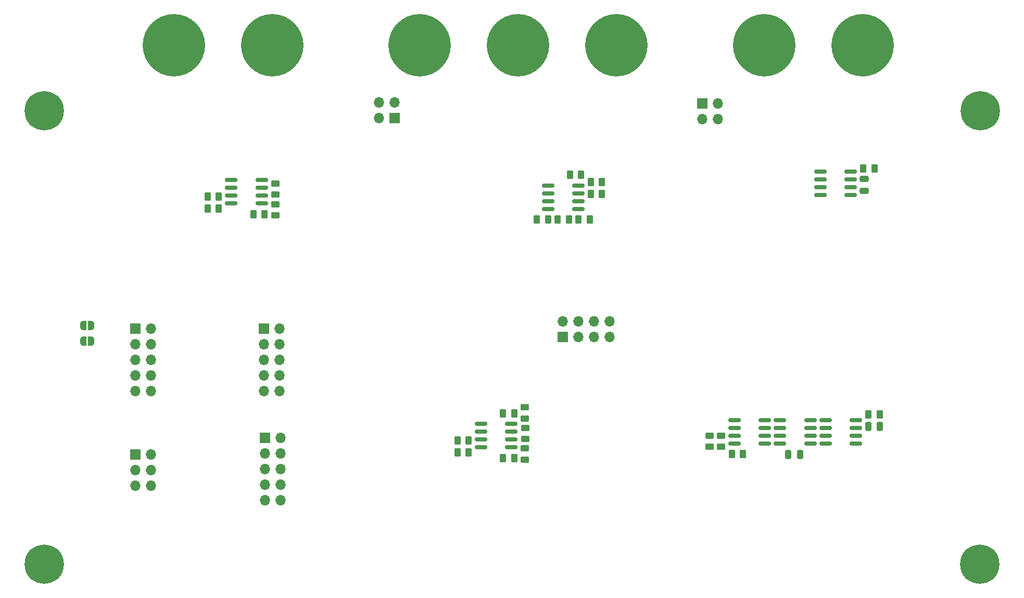
<source format=gbr>
%TF.GenerationSoftware,KiCad,Pcbnew,8.0.7*%
%TF.CreationDate,2024-12-10T19:07:15+08:00*%
%TF.ProjectId,RangkaianOpAmp,52616e67-6b61-4696-916e-4f70416d702e,rev?*%
%TF.SameCoordinates,Original*%
%TF.FileFunction,Soldermask,Bot*%
%TF.FilePolarity,Negative*%
%FSLAX46Y46*%
G04 Gerber Fmt 4.6, Leading zero omitted, Abs format (unit mm)*
G04 Created by KiCad (PCBNEW 8.0.7) date 2024-12-10 19:07:15*
%MOMM*%
%LPD*%
G01*
G04 APERTURE LIST*
G04 Aperture macros list*
%AMRoundRect*
0 Rectangle with rounded corners*
0 $1 Rounding radius*
0 $2 $3 $4 $5 $6 $7 $8 $9 X,Y pos of 4 corners*
0 Add a 4 corners polygon primitive as box body*
4,1,4,$2,$3,$4,$5,$6,$7,$8,$9,$2,$3,0*
0 Add four circle primitives for the rounded corners*
1,1,$1+$1,$2,$3*
1,1,$1+$1,$4,$5*
1,1,$1+$1,$6,$7*
1,1,$1+$1,$8,$9*
0 Add four rect primitives between the rounded corners*
20,1,$1+$1,$2,$3,$4,$5,0*
20,1,$1+$1,$4,$5,$6,$7,0*
20,1,$1+$1,$6,$7,$8,$9,0*
20,1,$1+$1,$8,$9,$2,$3,0*%
%AMFreePoly0*
4,1,19,0.500000,-0.750000,0.000000,-0.750000,0.000000,-0.744911,-0.071157,-0.744911,-0.207708,-0.704816,-0.327430,-0.627875,-0.420627,-0.520320,-0.479746,-0.390866,-0.500000,-0.250000,-0.500000,0.250000,-0.479746,0.390866,-0.420627,0.520320,-0.327430,0.627875,-0.207708,0.704816,-0.071157,0.744911,0.000000,0.744911,0.000000,0.750000,0.500000,0.750000,0.500000,-0.750000,0.500000,-0.750000,
$1*%
%AMFreePoly1*
4,1,19,0.000000,0.744911,0.071157,0.744911,0.207708,0.704816,0.327430,0.627875,0.420627,0.520320,0.479746,0.390866,0.500000,0.250000,0.500000,-0.250000,0.479746,-0.390866,0.420627,-0.520320,0.327430,-0.627875,0.207708,-0.704816,0.071157,-0.744911,0.000000,-0.744911,0.000000,-0.750000,-0.500000,-0.750000,-0.500000,0.750000,0.000000,0.750000,0.000000,0.744911,0.000000,0.744911,
$1*%
G04 Aperture macros list end*
%ADD10C,10.160000*%
%ADD11C,0.800000*%
%ADD12C,6.400000*%
%ADD13R,1.700000X1.700000*%
%ADD14O,1.700000X1.700000*%
%ADD15RoundRect,0.250000X0.262500X0.450000X-0.262500X0.450000X-0.262500X-0.450000X0.262500X-0.450000X0*%
%ADD16RoundRect,0.250000X0.450000X-0.262500X0.450000X0.262500X-0.450000X0.262500X-0.450000X-0.262500X0*%
%ADD17FreePoly0,180.000000*%
%ADD18FreePoly1,180.000000*%
%ADD19RoundRect,0.250000X-0.262500X-0.450000X0.262500X-0.450000X0.262500X0.450000X-0.262500X0.450000X0*%
%ADD20RoundRect,0.150000X0.825000X0.150000X-0.825000X0.150000X-0.825000X-0.150000X0.825000X-0.150000X0*%
%ADD21RoundRect,0.250000X-0.475000X0.250000X-0.475000X-0.250000X0.475000X-0.250000X0.475000X0.250000X0*%
%ADD22RoundRect,0.250000X-0.450000X0.262500X-0.450000X-0.262500X0.450000X-0.262500X0.450000X0.262500X0*%
%ADD23RoundRect,0.250000X-0.250000X-0.475000X0.250000X-0.475000X0.250000X0.475000X-0.250000X0.475000X0*%
%ADD24RoundRect,0.250000X0.250000X0.475000X-0.250000X0.475000X-0.250000X-0.475000X0.250000X-0.475000X0*%
G04 APERTURE END LIST*
D10*
%TO.C,J10*%
X123113472Y-47040800D03*
%TD*%
%TO.C,J9*%
X163113472Y-47040800D03*
%TD*%
D11*
%TO.C,H1*%
X83621844Y-57653256D03*
X84324788Y-55956200D03*
X84324788Y-59350312D03*
X86021844Y-55253256D03*
D12*
X86021844Y-57653256D03*
D11*
X86021844Y-60053256D03*
X87718900Y-55956200D03*
X87718900Y-59350312D03*
X88421844Y-57653256D03*
%TD*%
%TO.C,H3*%
X240618944Y-131491056D03*
X239916000Y-133188112D03*
X239916000Y-129794000D03*
X238218944Y-133891056D03*
D12*
X238218944Y-131491056D03*
D11*
X238218944Y-129091056D03*
X236521888Y-133188112D03*
X236521888Y-129794000D03*
X235818944Y-131491056D03*
%TD*%
D13*
%TO.C,J13*%
X121780300Y-93140050D03*
D14*
X124320300Y-93140050D03*
X121780300Y-95680050D03*
X124320300Y-95680050D03*
X121780300Y-98220050D03*
X124320300Y-98220050D03*
X121780300Y-100760050D03*
X124320300Y-100760050D03*
X121780300Y-103300050D03*
X124320300Y-103300050D03*
%TD*%
D13*
%TO.C,J7*%
X100845700Y-113605650D03*
D14*
X103385700Y-113605650D03*
X100845700Y-116145650D03*
X103385700Y-116145650D03*
X100845700Y-118685650D03*
X103385700Y-118685650D03*
%TD*%
%TO.C,J3*%
X177990500Y-91948000D03*
X177990500Y-94488000D03*
X175450500Y-91948000D03*
X175450500Y-94488000D03*
X172910500Y-91948000D03*
X172910500Y-94488000D03*
X170370500Y-91948000D03*
D13*
X170370500Y-94488000D03*
%TD*%
%TO.C,J6*%
X193052700Y-56489600D03*
D14*
X195592700Y-56489600D03*
X193052700Y-59029600D03*
X195592700Y-59029600D03*
%TD*%
D11*
%TO.C,H2*%
X88409144Y-131491056D03*
X87706200Y-133188112D03*
X87706200Y-129794000D03*
X86009144Y-133891056D03*
D12*
X86009144Y-131491056D03*
D11*
X86009144Y-129091056D03*
X84312088Y-133188112D03*
X84312088Y-129794000D03*
X83609144Y-131491056D03*
%TD*%
D13*
%TO.C,J5*%
X100845700Y-93145050D03*
D14*
X103385700Y-93145050D03*
X100845700Y-95685050D03*
X103385700Y-95685050D03*
X100845700Y-98225050D03*
X103385700Y-98225050D03*
X100845700Y-100765050D03*
X103385700Y-100765050D03*
X100845700Y-103305050D03*
X103385700Y-103305050D03*
%TD*%
D13*
%TO.C,J4*%
X143040100Y-58902600D03*
D14*
X140500100Y-58902600D03*
X143040100Y-56362600D03*
X140500100Y-56362600D03*
%TD*%
D10*
%TO.C,J11*%
X147113472Y-47040800D03*
%TD*%
%TO.C,J1*%
X107113472Y-47040800D03*
%TD*%
%TO.C,J8*%
X179113472Y-47040800D03*
%TD*%
D13*
%TO.C,J14*%
X121958100Y-110950800D03*
D14*
X124498100Y-110950800D03*
X121958100Y-113490800D03*
X124498100Y-113490800D03*
X121958100Y-116030800D03*
X124498100Y-116030800D03*
X121958100Y-118570800D03*
X124498100Y-118570800D03*
X121958100Y-121110800D03*
X124498100Y-121110800D03*
%TD*%
D10*
%TO.C,J2*%
X203113472Y-47040800D03*
%TD*%
%TO.C,J12*%
X219113472Y-47040800D03*
%TD*%
D11*
%TO.C,H4*%
X235839300Y-57653256D03*
X236542244Y-55956200D03*
X236542244Y-59350312D03*
X238239300Y-55253256D03*
D12*
X238239300Y-57653256D03*
D11*
X238239300Y-60053256D03*
X239936356Y-55956200D03*
X239936356Y-59350312D03*
X240639300Y-57653256D03*
%TD*%
D15*
%TO.C,R21*%
X199682100Y-113586000D03*
X197857100Y-113586000D03*
%TD*%
D16*
%TO.C,R8*%
X123604775Y-71327045D03*
X123604775Y-69502045D03*
%TD*%
%TO.C,R9*%
X123604775Y-74701445D03*
X123604775Y-72876445D03*
%TD*%
D15*
%TO.C,R20*%
X221905200Y-107111800D03*
X220080200Y-107111800D03*
%TD*%
D17*
%TO.C,JP2*%
X93690200Y-95199200D03*
D18*
X92390200Y-95199200D03*
%TD*%
D19*
%TO.C,R14*%
X112610375Y-71657245D03*
X114435375Y-71657245D03*
%TD*%
D17*
%TO.C,JP1*%
X93687900Y-92684600D03*
D18*
X92387900Y-92684600D03*
%TD*%
D19*
%TO.C,R7*%
X160666775Y-114201690D03*
X162491775Y-114201690D03*
%TD*%
D16*
%TO.C,R23*%
X196126100Y-112388400D03*
X196126100Y-110563400D03*
%TD*%
D20*
%TO.C,U7*%
X198299300Y-108026200D03*
X198299300Y-109296200D03*
X198299300Y-110566200D03*
X198299300Y-111836200D03*
X203249300Y-111836200D03*
X203249300Y-110566200D03*
X203249300Y-109296200D03*
X203249300Y-108026200D03*
%TD*%
%TO.C,U1*%
X162016175Y-108653090D03*
X162016175Y-109923090D03*
X162016175Y-111193090D03*
X162016175Y-112463090D03*
X157066175Y-112463090D03*
X157066175Y-111193090D03*
X157066175Y-109923090D03*
X157066175Y-108653090D03*
%TD*%
D19*
%TO.C,R1*%
X153248075Y-113305890D03*
X155073075Y-113305890D03*
%TD*%
%TO.C,R18*%
X171528059Y-68096580D03*
X173353059Y-68096580D03*
%TD*%
D20*
%TO.C,U2*%
X121413875Y-68979045D03*
X121413875Y-70249045D03*
X121413875Y-71519045D03*
X121413875Y-72789045D03*
X116463875Y-72789045D03*
X116463875Y-71519045D03*
X116463875Y-70249045D03*
X116463875Y-68979045D03*
%TD*%
D21*
%TO.C,C1*%
X219426546Y-68780159D03*
X219426546Y-70680159D03*
%TD*%
D19*
%TO.C,R2*%
X153248075Y-111356890D03*
X155073075Y-111356890D03*
%TD*%
D15*
%TO.C,R13*%
X114439275Y-73587645D03*
X112614275Y-73587645D03*
%TD*%
D22*
%TO.C,R19*%
X194221100Y-110563400D03*
X194221100Y-112388400D03*
%TD*%
D19*
%TO.C,R10*%
X120052575Y-74527445D03*
X121877575Y-74527445D03*
%TD*%
D15*
%TO.C,R16*%
X176727459Y-69315780D03*
X174902459Y-69315780D03*
%TD*%
D20*
%TO.C,U3*%
X172907059Y-69837980D03*
X172907059Y-71107980D03*
X172907059Y-72377980D03*
X172907059Y-73647980D03*
X167957059Y-73647980D03*
X167957059Y-72377980D03*
X167957059Y-71107980D03*
X167957059Y-69837980D03*
%TD*%
%TO.C,U5*%
X218057500Y-108026200D03*
X218057500Y-109296200D03*
X218057500Y-110566200D03*
X218057500Y-111836200D03*
X213107500Y-111836200D03*
X213107500Y-110566200D03*
X213107500Y-109296200D03*
X213107500Y-108026200D03*
%TD*%
D15*
%TO.C,R22*%
X221048346Y-67078359D03*
X219223346Y-67078359D03*
%TD*%
D16*
%TO.C,R4*%
X164218975Y-107773590D03*
X164218975Y-105948590D03*
%TD*%
D20*
%TO.C,U4*%
X217227946Y-67549759D03*
X217227946Y-68819759D03*
X217227946Y-70089759D03*
X217227946Y-71359759D03*
X212277946Y-71359759D03*
X212277946Y-70089759D03*
X212277946Y-68819759D03*
X212277946Y-67549759D03*
%TD*%
D23*
%TO.C,C2*%
X220027500Y-109042200D03*
X221927500Y-109042200D03*
%TD*%
D19*
%TO.C,R17*%
X174902459Y-71220780D03*
X176727459Y-71220780D03*
%TD*%
D20*
%TO.C,U6*%
X205704900Y-108026200D03*
X205704900Y-109296200D03*
X205704900Y-110566200D03*
X205704900Y-111836200D03*
X210654900Y-111836200D03*
X210654900Y-110566200D03*
X210654900Y-109296200D03*
X210654900Y-108026200D03*
%TD*%
D15*
%TO.C,R15*%
X174746259Y-75411780D03*
X172921259Y-75411780D03*
%TD*%
D16*
%TO.C,R6*%
X164218975Y-114479190D03*
X164218975Y-112654190D03*
%TD*%
%TO.C,R5*%
X164244375Y-111128290D03*
X164244375Y-109303290D03*
%TD*%
D15*
%TO.C,R12*%
X171371859Y-75411780D03*
X169546859Y-75411780D03*
%TD*%
D24*
%TO.C,C3*%
X208948100Y-113614200D03*
X207048100Y-113614200D03*
%TD*%
D15*
%TO.C,R11*%
X167972059Y-75411780D03*
X166147059Y-75411780D03*
%TD*%
%TO.C,R3*%
X162466375Y-106911890D03*
X160641375Y-106911890D03*
%TD*%
M02*

</source>
